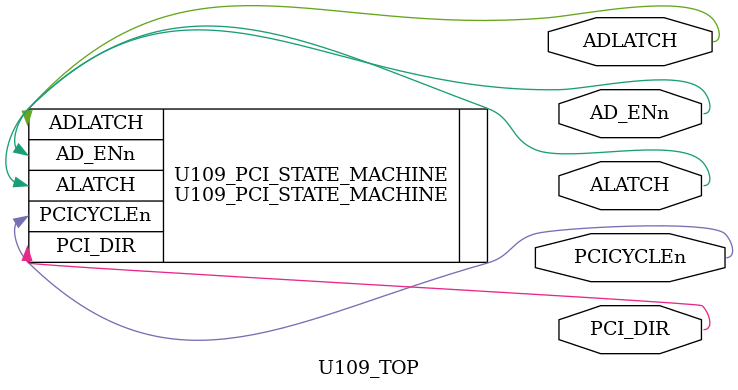
<source format=v>
/*
LICENSE:

This work is released under the Creative Commons Attribution-NonCommercial 4.0 International
https://creativecommons.org/licenses/by-nc/4.0/

You are free to:
Share — copy and redistribute the material in any medium or format
Adapt — remix, transform, and build upon the material
The licensor cannot revoke these freedoms as long as you follow the license terms.

Under the following terms:
Attribution — You must give appropriate credit , provide a link to the license, and indicate if changes were made . You may do so in any reasonable manner, but not in any way that suggests the licensor endorses you or your use.
NonCommercial — You may not use the material for commercial purposes.
No additional restrictions — You may not apply legal terms or technological measures that legally restrict others from doing anything the license permits.

RTL MODULE:

Engineer: Jason Neus
Design Name: U110
Module Name: U110_TOP
Project Name: AmigaPCI
Target Devices: iCE40-HX4K-TQ144

Description: U110 AMIGA PCI FPGA - PCI Bridge, ATA Controller, Bus Arbitor

Revision History:
    xx

GitHub: https://github.com/jasonsbeer/AmigaPCI
iceprog D:\AmigaPCI\U109\APCI_U109\APCI_U109_Implmnt\sbt\outputs\bitmap\U109_TOP_bitmap.bin
*/

module U109_TOP (

    output PCICYCLEn, ADLATCH, ALATCH, PCI_DIR, AD_ENn
    //output TACKn

    //input [31:0] D,

    //output [31:0] AD

);

//////////////////////////////
// PCI CYCLE STATE MACHINE //
////////////////////////////

U109_PCI_STATE_MACHINE U109_PCI_STATE_MACHINE (

    //OUTPUT
    .PCICYCLEn (PCICYCLEn),
    .ADLATCH (ADLATCH),
    .ALATCH (ALATCH),
    .PCI_DIR (PCI_DIR),
    .AD_ENn (AD_ENn)

);

//////////////////
// PCI BUFFERS //
////////////////

/*U109_BUFFERS U109_BUFFERS(
    //INPUTS
    .D (D),

    //OUTPUTS
    .AD (AD)
);*/

////////////////////////
// CYCLE TERMINATION //
//////////////////////

//U109_CYCLE_TERMINATION U109_CYCLE_TERMINATION (

    //output
//    .TACKn (TACKn)

//);

endmodule

</source>
